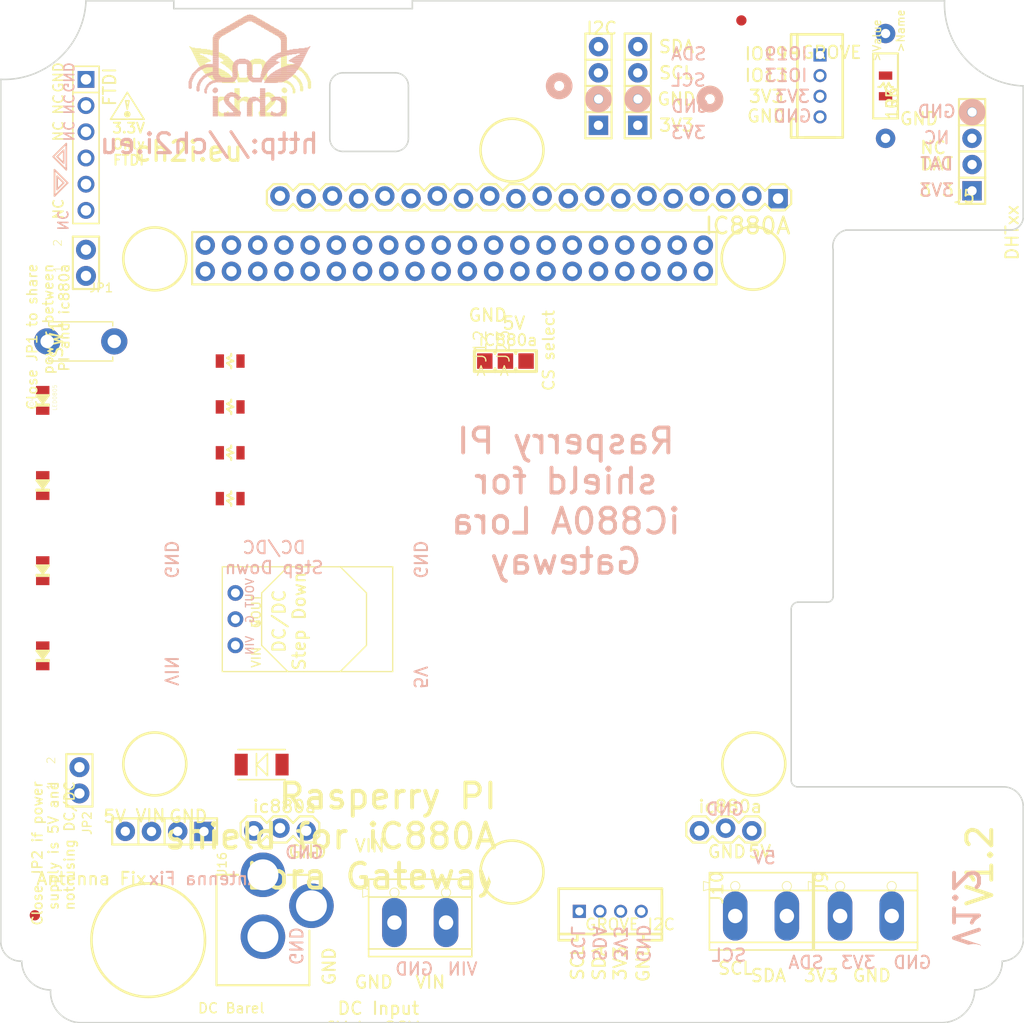
<source format=kicad_pcb>
(kicad_pcb (version 20171130) (host pcbnew "(5.0.0-rc2-dev)")
  (layers (0 Top signal hide) (31 Bottom signal hide) (34 B.Paste user hide) (35 F.Paste user hide) (36 B.SilkS user hide) (37 F.SilkS user hide) (38 B.Mask user hide) (39 F.Mask user hide) (44 Edge.Cuts user))
  (net 0 "")
  (net 1 5V-PI)
  (net 2 GPIO4)
  (net 3 SPI_MOSI)
  (net 4 SPI_MISO)
  (net 5 SPI_SCLK)
  (net 6 GND)
  (net 7 GPIO18)
  (net 8 SPI_CE0)
  (net 9 SPI_CE1)
  (net 10 N$18)
  (net 11 N$26)
  (net 12 N$27)
  (net 13 N$16)
  (net 14 SX_GPIO0)
  (net 15 SX_GPIO1)
  (net 16 SX_GPIO3)
  (net 17 SX_GPIO2)
  (net 18 SX_RST)
  (net 19 SX_GPIO4)
  (net 20 SPI_SS)
  (net 21 GPS_PPS)
  (net 22 SX_SCAN)
  (net 23 SX_VALID)
  (net 24 GPS_EN)
  (net 25 VDDB)
  (net 26 GPS_TX)
  (net 27 GPS_RX)
  (net 28 GPS_RST)
  (net 29 3V3)
  (net 30 GPIO25)
  (net 31 GPIO24)
  (net 32 GPIO23)
  (net 33 SCL)
  (net 34 SDA)
  (net 35 GPIO26)
  (net 36 GPIO13)
  (net 37 GPIO19)
  (net 38 VIN)
  (net 39 +5V)
  (net 40 TXO)
  (net 41 RXI)
  (net 42 N$14)
  (module "" (layer Top) (at 113.88928 80.492289)
    (fp_text reference @HOLE0 hide)
    (fp_text value "" (at 0 0) (layer F.SilkS) (effects (font (size 1.27 1.27))))
    (pad "" np_thru_hole circle (at 0 0) (size 2.794 2.794) (drill 2.794) (layers *.Cu))
  )
  (module "" (layer Top) (at 171.86478 80.428789)
    (fp_text reference @HOLE1 hide)
    (fp_text value "" (at 0 0) (layer F.SilkS) (effects (font (size 1.27 1.27))))
    (pad "" np_thru_hole circle (at 0 0) (size 2.794 2.794) (drill 2.794) (layers *.Cu))
  )
  (module "" (layer Top) (at 171.92828 129.450789)
    (fp_text reference @HOLE2 hide)
    (fp_text value "" (at 0 0) (layer F.SilkS) (effects (font (size 1.27 1.27))))
    (pad "" np_thru_hole circle (at 0 0) (size 2.794 2.794) (drill 2.794) (layers *.Cu))
  )
  (module "" (layer Top) (at 113.88928 129.450789)
    (fp_text reference @HOLE3 hide)
    (fp_text value "" (at 0 0) (layer F.SilkS) (effects (font (size 1.27 1.27))))
    (pad "" np_thru_hole circle (at 0 0) (size 2.794 2.794) (drill 2.794) (layers *.Cu))
  )
  (module "" (layer Top) (at 113.25428 146.532289)
    (fp_text reference @HOLE4 hide)
    (fp_text value "" (at 0 0) (layer F.SilkS) (effects (font (size 1.27 1.27))))
    (pad "" np_thru_hole circle (at 0 0) (size 6.604 6.604) (drill 6.604) (layers *.Cu))
  )
  (module "" (layer Top) (at 148.49678 139.928289)
    (fp_text reference @HOLE5 hide)
    (fp_text value "" (at 0 0) (layer F.SilkS) (effects (font (size 1.27 1.27))))
    (pad "" np_thru_hole circle (at 0 0) (size 4.5 4.5) (drill 4.5) (layers *.Cu))
  )
  (module "" (layer Top) (at 148.49678 69.951289)
    (fp_text reference @HOLE6 hide)
    (fp_text value "" (at 0 0) (layer F.SilkS) (effects (font (size 1.27 1.27))))
    (pad "" np_thru_hole circle (at 0 0) (size 4.5 4.5) (drill 4.5) (layers *.Cu))
  )
  (module "" (layer Top) (at 141.00378 58.330789)
    (fp_text reference @HOLE7 hide)
    (fp_text value "" (at 0 0) (layer F.SilkS) (effects (font (size 1.27 1.27))))
    (pad "" np_thru_hole circle (at 0 0) (size 3 3) (drill 3) (layers *.Cu))
  )
  (module "" (layer Top) (at 113.31778 58.330789)
    (fp_text reference @HOLE8 hide)
    (fp_text value "" (at 0 0) (layer F.SilkS) (effects (font (size 1.27 1.27))))
    (pad "" np_thru_hole circle (at 0 0) (size 3 3) (drill 3) (layers *.Cu))
  )
  (module "" (layer Top) (at 141.00378 63.410789)
    (fp_text reference @HOLE9 hide)
    (fp_text value "" (at 0 0) (layer F.SilkS) (effects (font (size 1.27 1.27))))
    (pad "" np_thru_hole circle (at 0 0) (size 3 3) (drill 3) (layers *.Cu))
  )
  (module "" (layer Top) (at 113.31778 63.410789)
    (fp_text reference @HOLE10 hide)
    (fp_text value "" (at 0 0) (layer F.SilkS) (effects (font (size 1.27 1.27))))
    (pad "" np_thru_hole circle (at 0 0) (size 3 3) (drill 3) (layers *.Cu))
  )
  (module FIDUCIAL_1MM (layer Top) (at 102.26878 144.119289)
    (fp_text reference FID2 hide)
    (fp_text value FIDUCIAL"" hide)
    (pad 1 smd circle (at 0 0) (size 1 1) (layers Top F.Paste F.Mask))
  )
  (module FIDUCIAL_1MM (layer Top) (at 170.72178 57.378289)
    (fp_text reference FID3 hide)
    (fp_text value FIDUCIAL"" hide)
    (pad 1 smd circle (at 0 0) (size 1 1) (layers Top F.Paste F.Mask))
  )
  (module LOGO_CH2I_110MM (layer Bottom) (at 122.46178 63.728289 180)
    (fp_text reference U$9 hide)
    (fp_text value "" hide)
  )
  (module 1X20_LOCK (layer Top) (at 174.27778 74.523289 180)
    (fp_text reference IC880A (at -1.3462 -1.8288) (layer F.SilkS) (effects (font (size 1.59258 1.59258) (thickness 0.238887)) (justify right top)))
    (fp_text value "" (at -1.27 3.175) (layer F.SilkS) (effects (font (size 1.2065 1.2065) (thickness 0.09652)) (justify right top)))
    (pad 20 thru_hole circle (at 48.26 0.127 270) (size 1.8796 1.8796) (drill 1.016) (layers *.Cu *.Mask) (net 6 GND))
    (pad 19 thru_hole circle (at 45.72 -0.127 270) (size 1.8796 1.8796) (drill 1.016) (layers *.Cu *.Mask) (net 21 GPS_PPS))
    (pad 18 thru_hole circle (at 43.18 0.127 270) (size 1.8796 1.8796) (drill 1.016) (layers *.Cu *.Mask) (net 22 SX_SCAN))
    (pad 17 thru_hole circle (at 40.64 -0.127 270) (size 1.8796 1.8796) (drill 1.016) (layers *.Cu *.Mask) (net 20 SPI_SS))
    (pad 16 thru_hole circle (at 38.1 0.127 270) (size 1.8796 1.8796) (drill 1.016) (layers *.Cu *.Mask) (net 3 SPI_MOSI))
    (pad 15 thru_hole circle (at 35.56 -0.127 270) (size 1.8796 1.8796) (drill 1.016) (layers *.Cu *.Mask) (net 4 SPI_MISO))
    (pad 14 thru_hole circle (at 33.02 0.127 270) (size 1.8796 1.8796) (drill 1.016) (layers *.Cu *.Mask) (net 5 SPI_SCLK))
    (pad 13 thru_hole circle (at 30.48 -0.127 270) (size 1.8796 1.8796) (drill 1.016) (layers *.Cu *.Mask) (net 18 SX_RST))
    (pad 12 thru_hole circle (at 27.94 0.127 270) (size 1.8796 1.8796) (drill 1.016) (layers *.Cu *.Mask) (net 6 GND))
    (pad 11 thru_hole circle (at 25.4 -0.127 270) (size 1.8796 1.8796) (drill 1.016) (layers *.Cu *.Mask) (net 19 SX_GPIO4))
    (pad 10 thru_hole circle (at 22.86 0.127 270) (size 1.8796 1.8796) (drill 1.016) (layers *.Cu *.Mask) (net 17 SX_GPIO2))
    (pad 9 thru_hole circle (at 20.32 -0.127 270) (size 1.8796 1.8796) (drill 1.016) (layers *.Cu *.Mask) (net 16 SX_GPIO3))
    (pad 8 thru_hole circle (at 17.78 0.127 270) (size 1.8796 1.8796) (drill 1.016) (layers *.Cu *.Mask) (net 15 SX_GPIO1))
    (pad 7 thru_hole circle (at 15.24 -0.127 270) (size 1.8796 1.8796) (drill 1.016) (layers *.Cu *.Mask) (net 14 SX_GPIO0))
    (pad 6 thru_hole circle (at 12.7 0.127 270) (size 1.8796 1.8796) (drill 1.016) (layers *.Cu *.Mask))
    (pad 5 thru_hole circle (at 10.16 -0.127 270) (size 1.8796 1.8796) (drill 1.016) (layers *.Cu *.Mask) (net 24 GPS_EN))
    (pad 4 thru_hole circle (at 7.62 0.127 270) (size 1.8796 1.8796) (drill 1.016) (layers *.Cu *.Mask) (net 23 SX_VALID))
    (pad 3 thru_hole circle (at 5.08 -0.127 270) (size 1.8796 1.8796) (drill 1.016) (layers *.Cu *.Mask) (net 28 GPS_RST))
    (pad 2 thru_hole circle (at 2.54 0.127 270) (size 1.8796 1.8796) (drill 1.016) (layers *.Cu *.Mask))
    (pad 1 thru_hole rect (at 0 -0.127 270) (size 1.8796 1.8796) (drill 1.016) (layers *.Cu *.Mask) (net 6 GND))
  )
  (module 1X03_LOCK (layer Top) (at 171.73778 135.800789 180)
    (fp_text reference J2 hide)
    (fp_text value "" (at -1.27 3.175) (layer F.SilkS) (effects (font (size 1.2065 1.2065) (thickness 0.09652)) (justify right top)))
    (pad 3 thru_hole circle (at 5.08 -0.127 270) (size 1.8796 1.8796) (drill 1.016) (layers *.Cu *.Mask) (net 25 VDDB))
    (pad 2 thru_hole circle (at 2.54 0.127 270) (size 1.8796 1.8796) (drill 1.016) (layers *.Cu *.Mask) (net 6 GND))
    (pad 1 thru_hole circle (at 0 -0.127 270) (size 1.8796 1.8796) (drill 1.016) (layers *.Cu *.Mask) (net 39 +5V))
  )
  (module 1X03_LOCK (layer Top) (at 128.55778 135.800789 180)
    (fp_text reference J3 hide)
    (fp_text value "" (at -1.27 3.175) (layer F.SilkS) (effects (font (size 1.2065 1.2065) (thickness 0.09652)) (justify right top)))
    (pad 3 thru_hole circle (at 5.08 -0.127 270) (size 1.8796 1.8796) (drill 1.016) (layers *.Cu *.Mask) (net 27 GPS_RX))
    (pad 2 thru_hole circle (at 2.54 0.127 270) (size 1.8796 1.8796) (drill 1.016) (layers *.Cu *.Mask) (net 26 GPS_TX))
    (pad 1 thru_hole circle (at 0 -0.127 270) (size 1.8796 1.8796) (drill 1.016) (layers *.Cu *.Mask) (net 6 GND))
  )
  (module 2X20-SHROUDED (layer Top) (at 142.90878 80.428789 90)
    (fp_text reference J4 hide)
    (fp_text value RASPBERRYPI-40-PIN-GPIO hide)
    (pad 40 thru_hole circle (at 1.27 24.13) (size 1.8796 1.8796) (drill 1.016) (layers *.Cu *.Mask) (net 14 SX_GPIO0))
    (pad 39 thru_hole circle (at -1.27 24.13) (size 1.8796 1.8796) (drill 1.016) (layers *.Cu *.Mask) (net 6 GND))
    (pad 38 thru_hole circle (at 1.27 21.59) (size 1.8796 1.8796) (drill 1.016) (layers *.Cu *.Mask) (net 15 SX_GPIO1))
    (pad 37 thru_hole circle (at -1.27 21.59) (size 1.8796 1.8796) (drill 1.016) (layers *.Cu *.Mask) (net 35 GPIO26))
    (pad 36 thru_hole circle (at 1.27 19.05) (size 1.8796 1.8796) (drill 1.016) (layers *.Cu *.Mask) (net 16 SX_GPIO3))
    (pad 35 thru_hole circle (at -1.27 19.05) (size 1.8796 1.8796) (drill 1.016) (layers *.Cu *.Mask) (net 37 GPIO19))
    (pad 34 thru_hole circle (at 1.27 16.51) (size 1.8796 1.8796) (drill 1.016) (layers *.Cu *.Mask) (net 6 GND))
    (pad 33 thru_hole circle (at -1.27 16.51) (size 1.8796 1.8796) (drill 1.016) (layers *.Cu *.Mask) (net 36 GPIO13))
    (pad 32 thru_hole circle (at 1.27 13.97) (size 1.8796 1.8796) (drill 1.016) (layers *.Cu *.Mask) (net 17 SX_GPIO2))
    (pad 31 thru_hole circle (at -1.27 13.97) (size 1.8796 1.8796) (drill 1.016) (layers *.Cu *.Mask) (net 21 GPS_PPS))
    (pad 30 thru_hole circle (at 1.27 11.43) (size 1.8796 1.8796) (drill 1.016) (layers *.Cu *.Mask) (net 6 GND))
    (pad 29 thru_hole circle (at -1.27 11.43) (size 1.8796 1.8796) (drill 1.016) (layers *.Cu *.Mask) (net 19 SX_GPIO4))
    (pad 28 thru_hole circle (at 1.27 8.89) (size 1.8796 1.8796) (drill 1.016) (layers *.Cu *.Mask))
    (pad 27 thru_hole circle (at -1.27 8.89) (size 1.8796 1.8796) (drill 1.016) (layers *.Cu *.Mask))
    (pad 26 thru_hole circle (at 1.27 6.35) (size 1.8796 1.8796) (drill 1.016) (layers *.Cu *.Mask) (net 9 SPI_CE1))
    (pad 25 thru_hole circle (at -1.27 6.35) (size 1.8796 1.8796) (drill 1.016) (layers *.Cu *.Mask) (net 6 GND))
    (pad 24 thru_hole circle (at 1.27 3.81) (size 1.8796 1.8796) (drill 1.016) (layers *.Cu *.Mask) (net 8 SPI_CE0))
    (pad 23 thru_hole circle (at -1.27 3.81) (size 1.8796 1.8796) (drill 1.016) (layers *.Cu *.Mask) (net 5 SPI_SCLK))
    (pad 22 thru_hole circle (at 1.27 1.27) (size 1.8796 1.8796) (drill 1.016) (layers *.Cu *.Mask) (net 30 GPIO25))
    (pad 21 thru_hole circle (at -1.27 1.27) (size 1.8796 1.8796) (drill 1.016) (layers *.Cu *.Mask) (net 4 SPI_MISO))
    (pad 20 thru_hole circle (at 1.27 -1.27) (size 1.8796 1.8796) (drill 1.016) (layers *.Cu *.Mask) (net 6 GND))
    (pad 19 thru_hole circle (at -1.27 -1.27) (size 1.8796 1.8796) (drill 1.016) (layers *.Cu *.Mask) (net 3 SPI_MOSI))
    (pad 18 thru_hole circle (at 1.27 -3.81) (size 1.8796 1.8796) (drill 1.016) (layers *.Cu *.Mask) (net 31 GPIO24))
    (pad 17 thru_hole circle (at -1.27 -3.81) (size 1.8796 1.8796) (drill 1.016) (layers *.Cu *.Mask) (net 29 3V3))
    (pad 16 thru_hole circle (at 1.27 -6.35) (size 1.8796 1.8796) (drill 1.016) (layers *.Cu *.Mask) (net 32 GPIO23))
    (pad 15 thru_hole circle (at -1.27 -6.35) (size 1.8796 1.8796) (drill 1.016) (layers *.Cu *.Mask) (net 22 SX_SCAN))
    (pad 14 thru_hole circle (at 1.27 -8.89) (size 1.8796 1.8796) (drill 1.016) (layers *.Cu *.Mask) (net 6 GND))
    (pad 13 thru_hole circle (at -1.27 -8.89) (size 1.8796 1.8796) (drill 1.016) (layers *.Cu *.Mask) (net 28 GPS_RST))
    (pad 12 thru_hole circle (at 1.27 -11.43) (size 1.8796 1.8796) (drill 1.016) (layers *.Cu *.Mask) (net 7 GPIO18))
    (pad 11 thru_hole circle (at -1.27 -11.43) (size 1.8796 1.8796) (drill 1.016) (layers *.Cu *.Mask) (net 18 SX_RST))
    (pad 10 thru_hole circle (at 1.27 -13.97) (size 1.8796 1.8796) (drill 1.016) (layers *.Cu *.Mask) (net 41 RXI))
    (pad 9 thru_hole circle (at -1.27 -13.97) (size 1.8796 1.8796) (drill 1.016) (layers *.Cu *.Mask) (net 6 GND))
    (pad 8 thru_hole circle (at 1.27 -16.51) (size 1.8796 1.8796) (drill 1.016) (layers *.Cu *.Mask) (net 40 TXO))
    (pad 7 thru_hole circle (at -1.27 -16.51) (size 1.8796 1.8796) (drill 1.016) (layers *.Cu *.Mask) (net 2 GPIO4))
    (pad 6 thru_hole circle (at 1.27 -19.05) (size 1.8796 1.8796) (drill 1.016) (layers *.Cu *.Mask) (net 6 GND))
    (pad 5 thru_hole circle (at -1.27 -19.05) (size 1.8796 1.8796) (drill 1.016) (layers *.Cu *.Mask) (net 33 SCL))
    (pad 4 thru_hole circle (at 1.27 -21.59) (size 1.8796 1.8796) (drill 1.016) (layers *.Cu *.Mask) (net 1 5V-PI))
    (pad 3 thru_hole circle (at -1.27 -21.59) (size 1.8796 1.8796) (drill 1.016) (layers *.Cu *.Mask) (net 34 SDA))
    (pad 2 thru_hole circle (at 1.27 -24.13) (size 1.8796 1.8796) (drill 1.016) (layers *.Cu *.Mask) (net 1 5V-PI))
    (pad 1 thru_hole circle (at -1.27 -24.13) (size 1.8796 1.8796) (drill 1.016) (layers *.Cu *.Mask) (net 29 3V3))
  )
  (module 1X04_NO_LOCK (layer Top) (at 156.75178 63.728289 90)
    (fp_text reference J6 hide)
    (fp_text value 2.54_I2C hide)
    (pad 4 thru_hole circle (at 3.81 0.13335 90) (size 1.8796 1.8796) (drill 0.9) (layers *.Cu *.Mask) (net 34 SDA))
    (pad 3 thru_hole circle (at 1.27 0.12065 90) (size 1.8796 1.8796) (drill 0.9) (layers *.Cu *.Mask) (net 33 SCL))
    (pad 2 thru_hole circle (at -1.27 0.13335 90) (size 1.8796 1.8796) (drill 0.9) (layers *.Cu *.Mask) (net 6 GND))
    (pad 1 thru_hole rect (at -3.81635 0.12065 90) (size 1.8796 1.8796) (drill 0.9) (layers *.Cu *.Mask) (net 29 3V3))
  )
  (module 1X04_NO_LOCK (layer Top) (at 160.56178 63.728289 90)
    (fp_text reference J7 hide)
    (fp_text value 2.54_I2C hide)
    (pad 4 thru_hole circle (at 3.81 0.13335 90) (size 1.8796 1.8796) (drill 0.9) (layers *.Cu *.Mask) (net 34 SDA))
    (pad 3 thru_hole circle (at 1.27 0.12065 90) (size 1.8796 1.8796) (drill 0.9) (layers *.Cu *.Mask) (net 33 SCL))
    (pad 2 thru_hole circle (at -1.27 0.13335 90) (size 1.8796 1.8796) (drill 0.9) (layers *.Cu *.Mask) (net 6 GND))
    (pad 1 thru_hole rect (at -3.81635 0.12065 90) (size 1.8796 1.8796) (drill 0.9) (layers *.Cu *.Mask) (net 29 3V3))
  )
  (module TERMINAL_BLOCK_2P_5 (layer Top) (at 139.60678 144.373289)
    (fp_text reference J8 hide)
    (fp_text value CON_TERMINAL_BLOCK_02-5MM hide)
    (pad 2 thru_hole oval (at -2.5 0.45 90) (size 4.76 2.38) (drill 1.4) (layers *.Cu *.Mask) (net 6 GND))
    (pad 1 thru_hole oval (at 2.5 0.45 90) (size 4.76 2.38) (drill 1.4) (layers *.Cu *.Mask) (net 38 VIN))
  )
  (module TERMINAL_BLOCK_2P_5 (layer Top) (at 182.78678 143.738289)
    (fp_text reference J9 (at -5 -4 90) (layer F.SilkS) (effects (font (size 1.2065 1.2065) (thickness 0.180975)) (justify right top)))
    (fp_text value CON_TERMINAL_BLOCK_02-5MM hide)
    (pad 2 thru_hole oval (at -2.5 0.45 90) (size 4.76 2.38) (drill 1.4) (layers *.Cu *.Mask) (net 29 3V3))
    (pad 1 thru_hole oval (at 2.5 0.45 90) (size 4.76 2.38) (drill 1.4) (layers *.Cu *.Mask) (net 6 GND))
  )
  (module TERMINAL_BLOCK_2P_5 (layer Top) (at 172.62678 143.738289)
    (fp_text reference J10 (at -5 -4 90) (layer F.SilkS) (effects (font (size 1.2065 1.2065) (thickness 0.180975)) (justify right top)))
    (fp_text value CON_TERMINAL_BLOCK_02-5MM hide)
    (pad 2 thru_hole oval (at -2.5 0.45 90) (size 4.76 2.38) (drill 1.4) (layers *.Cu *.Mask) (net 33 SCL))
    (pad 1 thru_hole oval (at 2.5 0.45 90) (size 4.76 2.38) (drill 1.4) (layers *.Cu *.Mask) (net 34 SDA))
  )
  (module HW4-2.0 (layer Top) (at 158.02178 143.738289)
    (fp_text reference J13 hide)
    (fp_text value "GROVE I2C" (at -2.54 1.905) (layer F.SilkS) (effects (font (size 1.08585 1.08585) (thickness 0.162877)) (justify left bottom)))
    (pad 4 thru_hole circle (at 3 0) (size 1.27 1.27) (drill 0.8) (layers *.Cu *.Mask) (net 6 GND))
    (pad 3 thru_hole circle (at 1 0) (size 1.27 1.27) (drill 0.8) (layers *.Cu *.Mask) (net 29 3V3))
    (pad 2 thru_hole circle (at -1 0) (size 1.27 1.27) (drill 0.8) (layers *.Cu *.Mask) (net 34 SDA))
    (pad 1 thru_hole rect (at -3 0) (size 1.27 1.27) (drill 0.8) (layers *.Cu *.Mask) (net 33 SCL))
  )
  (module 1X04_NO_LOCK (layer Top) (at 192.94678 70.078289 90)
    (fp_text reference J5 (at -5.08 -1.778) (layer F.SilkS) (effects (font (size 1.2065 1.2065) (thickness 0.180975)) (justify left bottom)))
    (fp_text value DHTxx (at -5.08 3.302 90) (layer F.SilkS) (effects (font (size 1.2065 1.2065) (thickness 0.180975)) (justify right top)))
    (pad 4 thru_hole circle (at 3.81 0.13335 90) (size 1.8796 1.8796) (drill 0.9) (layers *.Cu *.Mask) (net 6 GND))
    (pad 3 thru_hole circle (at 1.27 0.12065 90) (size 1.8796 1.8796) (drill 0.9) (layers *.Cu *.Mask))
    (pad 2 thru_hole circle (at -1.27 0.13335 90) (size 1.8796 1.8796) (drill 0.9) (layers *.Cu *.Mask) (net 35 GPIO26))
    (pad 1 thru_hole rect (at -3.81635 0.12065 90) (size 1.8796 1.8796) (drill 0.9) (layers *.Cu *.Mask) (net 29 3V3))
  )
  (module AXIAL-0.4 (layer Top) (at 184.69178 63.728289 270)
    (fp_text reference R5 (at 0 0 90) (layer F.SilkS) (effects (font (size 1.08585 1.08585) (thickness 0.162877)) (justify right top)))
    (fp_text value 10K (at 0 0 90) (layer F.SilkS) (effects (font (size 1.08585 1.08585) (thickness 0.162877)) (justify right top)))
    (fp_text user >Value (at -2.286 0.381 270) (layer F.SilkS) (effects (font (size 0.77216 0.77216) (thickness 0.12192)) (justify left bottom)))
    (fp_text user >Name (at -3.175 -1.905 270) (layer F.SilkS) (effects (font (size 0.77216 0.77216) (thickness 0.12192)) (justify left bottom)))
    (pad P$2 thru_hole circle (at 5.08 0 270) (size 1.8796 1.8796) (drill 0.9) (layers *.Cu *.Mask) (net 35 GPIO26))
    (pad P$1 thru_hole circle (at -5.08 0 270) (size 1.8796 1.8796) (drill 0.9) (layers *.Cu *.Mask) (net 29 3V3))
  )
  (module LOGO_CH2I_110MM (layer Top) (at 123.73178 63.728289)
    (fp_text reference U$1 hide)
    (fp_text value "" hide)
  )
  (module HW4-2.0 (layer Top) (at 178.34178 63.728289 270)
    (fp_text reference J1 hide)
    (fp_text value GROVE (at -2.54 1.905) (layer F.SilkS) (effects (font (size 1.2065 1.2065) (thickness 0.180975)) (justify left bottom)))
    (pad 4 thru_hole circle (at 3 0 270) (size 1.27 1.27) (drill 0.8) (layers *.Cu *.Mask) (net 6 GND))
    (pad 3 thru_hole circle (at 1 0 270) (size 1.27 1.27) (drill 0.8) (layers *.Cu *.Mask) (net 29 3V3))
    (pad 2 thru_hole circle (at -1 0 270) (size 1.27 1.27) (drill 0.8) (layers *.Cu *.Mask) (net 36 GPIO13))
    (pad 1 thru_hole rect (at -3 0 270) (size 1.27 1.27) (drill 0.8) (layers *.Cu *.Mask) (net 37 GPIO19))
  )
  (module 0805-RES (layer Top) (at 121.19178 90.398289 180)
    (fp_text reference R6 hide)
    (fp_text value "" (at -1.016 1.397) (layer F.SilkS) (effects (font (size 0.38608 0.38608) (thickness 0.030886)) (justify right top)))
    (pad 2 smd rect (at 1 0 180) (size 0.8 1.3) (layers Top F.Paste F.Mask) (net 10 N$18))
    (pad 1 smd rect (at -1 0 180) (size 0.8 1.3) (layers Top F.Paste F.Mask) (net 2 GPIO4))
  )
  (module 0805-LED (layer Top) (at 103.03078 94.208289 90)
    (fp_text reference IO4 (at -0.762 -0.8255 90) (layer F.SilkS) (effects (font (size 0.38608 0.38608) (thickness 0.030886)) (justify left bottom)))
    (fp_text value LED0805 (at -1.016 1.397 90) (layer F.SilkS) (effects (font (size 0.38608 0.38608) (thickness 0.030886)) (justify left bottom)))
    (pad PLUS smd rect (at 1 0 90) (size 0.8 1.3) (layers Top F.Paste F.Mask) (net 10 N$18))
    (pad MINUS smd rect (at -1 0 90) (size 0.8 1.3) (layers Top F.Paste F.Mask) (net 6 GND))
  )
  (module 0805-RES (layer Top) (at 121.19178 99.288289 180)
    (fp_text reference R7 hide)
    (fp_text value "" (at -1.016 1.397) (layer F.SilkS) (effects (font (size 0.38608 0.38608) (thickness 0.030886)) (justify right top)))
    (pad 2 smd rect (at 1 0 180) (size 0.8 1.3) (layers Top F.Paste F.Mask) (net 11 N$26))
    (pad 1 smd rect (at -1 0 180) (size 0.8 1.3) (layers Top F.Paste F.Mask) (net 32 GPIO23))
  )
  (module 0805-LED (layer Top) (at 103.03078 110.718289 90)
    (fp_text reference IO23 hide)
    (fp_text value LED0805 hide)
    (pad PLUS smd rect (at 1 0 90) (size 0.8 1.3) (layers Top F.Paste F.Mask) (net 11 N$26))
    (pad MINUS smd rect (at -1 0 90) (size 0.8 1.3) (layers Top F.Paste F.Mask) (net 6 GND))
  )
  (module 0805-RES (layer Top) (at 121.19178 94.843289 180)
    (fp_text reference R8 hide)
    (fp_text value "" (at -1.016 1.397) (layer F.SilkS) (effects (font (size 0.38608 0.38608) (thickness 0.030886)) (justify right top)))
    (pad 2 smd rect (at 1 0 180) (size 0.8 1.3) (layers Top F.Paste F.Mask) (net 12 N$27))
    (pad 1 smd rect (at -1 0 180) (size 0.8 1.3) (layers Top F.Paste F.Mask) (net 7 GPIO18))
  )
  (module 0805-LED (layer Top) (at 103.03078 102.463289 90)
    (fp_text reference IO18 hide)
    (fp_text value LED0805 hide)
    (pad PLUS smd rect (at 1 0 90) (size 0.8 1.3) (layers Top F.Paste F.Mask) (net 12 N$27))
    (pad MINUS smd rect (at -1 0 90) (size 0.8 1.3) (layers Top F.Paste F.Mask) (net 6 GND))
  )
  (module 0805-LED (layer Top) (at 103.03078 118.973289 90)
    (fp_text reference IO24 hide)
    (fp_text value LED0805 hide)
    (pad PLUS smd rect (at 1 0 90) (size 0.8 1.3) (layers Top F.Paste F.Mask) (net 13 N$16))
    (pad MINUS smd rect (at -1 0 90) (size 0.8 1.3) (layers Top F.Paste F.Mask) (net 6 GND))
  )
  (module 0805-RES (layer Top) (at 121.19178 103.733289 180)
    (fp_text reference R9 hide)
    (fp_text value "" (at -1.016 1.397) (layer F.SilkS) (effects (font (size 0.38608 0.38608) (thickness 0.030886)) (justify right top)))
    (pad 2 smd rect (at 1 0 180) (size 0.8 1.3) (layers Top F.Paste F.Mask) (net 13 N$16))
    (pad 1 smd rect (at -1 0 180) (size 0.8 1.3) (layers Top F.Paste F.Mask) (net 31 GPIO24))
  )
  (module 0805-RES (layer Top) (at 184.69178 63.728289 90)
    (fp_text reference R10 hide)
    (fp_text value "" (at -1.016 1.397 90) (layer F.SilkS) (effects (font (size 0.38608 0.38608) (thickness 0.030886)) (justify left bottom)))
    (pad 2 smd rect (at 1 0 90) (size 0.8 1.3) (layers Top F.Paste F.Mask) (net 29 3V3))
    (pad 1 smd rect (at -1 0 90) (size 0.8 1.3) (layers Top F.Paste F.Mask) (net 35 GPIO26))
  )
  (module DO-214AC (layer Top) (at 124.23978 129.514289)
    (fp_text reference D4 hide)
    (fp_text value 1N4007 hide)
    (pad 1 smd rect (at -1.98 0) (size 1.27 2.1) (layers Top F.Paste F.Mask) (net 42 N$14))
    (pad 2 smd rect (at 1.98 0) (size 1.27 2.1) (layers Top F.Paste F.Mask) (net 38 VIN))
  )
  (module JP3_0805 (layer Top) (at 147.86178 90.398289)
    (fp_text reference J11 hide)
    (fp_text value JUMPER_1X30805 hide)
    (fp_text user >J23 (at 0.5 1.75 270) (layer F.SilkS) (effects (font (size 1.2065 1.2065) (thickness 0.127)) (justify left bottom)))
    (fp_text user >J12 (at -1.75 1.75 270) (layer F.SilkS) (effects (font (size 1.2065 1.2065) (thickness 0.127)) (justify left bottom)))
    (pad 3 smd rect (at 2 0) (size 1.5 1.5) (layers Top F.Paste F.Mask) (net 9 SPI_CE1))
    (pad 2 smd rect (at 0 0) (size 1.5 1.5) (layers Top F.Paste F.Mask) (net 20 SPI_SS))
    (pad 1 smd rect (at -2 0) (size 1.5 1.5) (layers Top F.Paste F.Mask) (net 8 SPI_CE0))
  )
  (module POWER_JACK_PTH (layer Top) (at 124.36678 153.898289)
    (fp_text reference J15 hide)
    (fp_text value POWER_JACKPTH hide)
    (pad GNDBREAK thru_hole circle (at 4.7 -10.7 90) (size 4.318 4.318) (drill 2.9972) (layers *.Cu *.Mask) (net 6 GND))
    (pad GND thru_hole circle (at 0 -7.7) (size 4.318 4.318) (drill 2.9972) (layers *.Cu *.Mask) (net 6 GND))
    (pad PWR thru_hole circle (at 0 -13.7) (size 4.318 4.318) (drill 2.9972) (layers *.Cu *.Mask) (net 38 VIN))
  )
  (module JUMPER2 (layer Top) (at 106.58678 129.768289 270)
    (fp_text reference JP2 (at 4.191 -0.254 90) (layer F.SilkS) (effects (font (size 0.84455 0.84455) (thickness 0.126682)) (justify right top)))
    (fp_text value "" (at 4.191 0.635 90) (layer F.SilkS) (effects (font (size 0.38608 0.38608) (thickness 0.038608)) (justify right top)))
    (fp_text user 1 (at 2.286 2.286 270) (layer F.SilkS) (effects (font (size 0.77216 0.77216) (thickness 0.065024)) (justify left bottom)))
    (fp_text user 2 (at -0.254 2.286 270) (layer F.SilkS) (effects (font (size 0.77216 0.77216) (thickness 0.065024)) (justify left bottom)))
    (pad 2 thru_hole circle (at 0 0) (size 1.9304 1.9304) (drill 1) (layers *.Cu *.Mask) (net 39 +5V))
    (pad 1 thru_hole circle (at 2.54 0) (size 1.9304 1.9304) (drill 1) (layers *.Cu *.Mask) (net 38 VIN))
  )
  (module JUMPER2 (layer Top) (at 107.22178 79.603289 270)
    (fp_text reference JP1 (at 4.191 -0.254) (layer F.SilkS) (effects (font (size 0.84455 0.84455) (thickness 0.126682)) (justify left bottom)))
    (fp_text value "" (at 4.191 0.635 90) (layer F.SilkS) (effects (font (size 0.38608 0.38608) (thickness 0.038608)) (justify right top)))
    (fp_text user 1 (at 2.286 2.286 270) (layer F.SilkS) (effects (font (size 0.77216 0.77216) (thickness 0.065024)) (justify left bottom)))
    (fp_text user 2 (at -0.254 2.286 270) (layer F.SilkS) (effects (font (size 0.77216 0.77216) (thickness 0.065024)) (justify left bottom)))
    (pad 2 thru_hole circle (at 0 0) (size 1.9304 1.9304) (drill 1) (layers *.Cu *.Mask) (net 1 5V-PI))
    (pad 1 thru_hole circle (at 2.54 0) (size 1.9304 1.9304) (drill 1) (layers *.Cu *.Mask) (net 39 +5V))
  )
  (module STAND-OFF (layer Top) (at 148.49678 58.521289)
    (fp_text reference H2 hide)
    (fp_text value STAND-OFF hide)
    (pad "" np_thru_hole circle (at 0 0) (size 3.302 3.302) (drill 3.302) (layers *.Cu))
  )
  (module STAND-OFF (layer Top) (at 148.49678 150.977289)
    (fp_text reference H4 hide)
    (fp_text value STAND-OFF hide)
    (pad "" np_thru_hole circle (at 0 0) (size 3.302 3.302) (drill 3.302) (layers *.Cu))
  )
  (module STAND-OFF (layer Top) (at 103.79278 148.564289)
    (fp_text reference H1 hide)
    (fp_text value STAND-OFF hide)
    (pad "" np_thru_hole circle (at 0 0) (size 3.302 3.302) (drill 3.302) (layers *.Cu))
  )
  (module STAND-OFF (layer Top) (at 193.20078 148.564289)
    (fp_text reference H3 hide)
    (fp_text value STAND-OFF hide)
    (pad "" np_thru_hole circle (at 0 0) (size 3.302 3.302) (drill 3.302) (layers *.Cu))
  )
  (module 1X04_NO_LOCK (layer Top) (at 114.84178 136.118289 180)
    (fp_text reference J16 (at -5.08 -1.778 90) (layer F.SilkS) (effects (font (size 0.84455 0.84455) (thickness 0.126682)) (justify right top)))
    (fp_text value 2.54_PWR hide)
    (pad 4 thru_hole circle (at 3.81 0.13335 180) (size 1.8796 1.8796) (drill 0.9) (layers *.Cu *.Mask) (net 39 +5V))
    (pad 3 thru_hole circle (at 1.27 0.12065 180) (size 1.8796 1.8796) (drill 0.9) (layers *.Cu *.Mask) (net 38 VIN))
    (pad 2 thru_hole circle (at -1.27 0.13335 180) (size 1.8796 1.8796) (drill 0.9) (layers *.Cu *.Mask) (net 38 VIN))
    (pad 1 thru_hole rect (at -3.81635 0.12065 180) (size 1.8796 1.8796) (drill 0.9) (layers *.Cu *.Mask) (net 6 GND))
  )
  (module M1X6 (layer Top) (at 107.22178 63.093289 270)
    (fp_text reference FTDI (at -1.27 -1.5875 90) (layer F.SilkS) (effects (font (size 1.2065 1.2065) (thickness 0.180975)) (justify right top)))
    (fp_text value "" hide)
    (pad 6 thru_hole circle (at 12.7 0 270) (size 1.632 1.632) (drill 1.02) (layers *.Cu *.Mask))
    (pad 5 thru_hole circle (at 10.16 0 270) (size 1.632 1.632) (drill 1.02) (layers *.Cu *.Mask) (net 40 TXO))
    (pad 4 thru_hole circle (at 7.62 0 270) (size 1.632 1.632) (drill 1.02) (layers *.Cu *.Mask) (net 41 RXI))
    (pad 3 thru_hole circle (at 5.08 0 270) (size 1.632 1.632) (drill 1.02) (layers *.Cu *.Mask))
    (pad 2 thru_hole circle (at 2.54 0 270) (size 1.632 1.632) (drill 1.02) (layers *.Cu *.Mask))
    (pad 1 thru_hole rect (at 0 0 270) (size 1.632 1.632) (drill 1.02) (layers *.Cu *.Mask) (net 6 GND))
  )
  (module OKI-78SRH (layer Top) (at 121.69978 115.417289 270)
    (fp_text reference U$11 hide)
    (fp_text value OKI-78SR hide)
    (fp_text user G (at 0 -1.397 270) (layer B.SilkS) (effects (font (size 0.77216 0.77216) (thickness 0.12192)) (justify mirror)))
    (fp_text user VOUT (at -2.54 -1.397 270) (layer B.SilkS) (effects (font (size 0.77216 0.77216) (thickness 0.12192)) (justify mirror)))
    (fp_text user VIN (at 2.54 -1.397 270) (layer B.SilkS) (effects (font (size 0.77216 0.77216) (thickness 0.12192)) (justify mirror)))
    (pad 1 thru_hole circle (at 2.54 0 270) (size 1.524 1.524) (drill 0.8636) (layers *.Cu *.Mask) (net 42 N$14))
    (pad 2 thru_hole circle (at 0 0 270) (size 1.524 1.524) (drill 0.8636) (layers *.Cu *.Mask) (net 6 GND))
    (pad 3 thru_hole circle (at -2.54 0 270) (size 1.524 1.524) (drill 0.8636) (layers *.Cu *.Mask) (net 39 +5V))
  )
  (module TACT_PANA-EVQ (layer Top) (at 106.71378 88.493289)
    (fp_text reference SW1 (at -3.043 -2.17 90) (layer F.SilkS) (effects (font (size 1.2065 1.2065) (thickness 0.180975)) (justify right top)))
    (fp_text value "" (at -3.016 2.451) (layer F.SilkS) (effects (font (size 0.38608 0.38608) (thickness 0.038608)) (justify left bottom)))
    (pad P$2 thru_hole circle (at 3.25 0) (size 2.54 2.54) (drill 1.3) (layers *.Cu *.Mask) (net 29 3V3))
    (pad P$1 thru_hole circle (at -3.25 0) (size 2.54 2.54) (drill 1.3) (layers *.Cu *.Mask) (net 37 GPIO19))
  )
  (gr_text iC880a (at 148.11578 88.366289) (layer F.SilkS) (effects (font (size 1.08585 1.08585) (thickness 0.17145))))
  (gr_text ch2i.eu (at 122.58878 68.935289) (layer F.SilkS) (effects (font (size 1.9304 1.9304) (thickness 0.3048)) (justify right top)))
  (gr_line (start 98.96678 146.659289) (end 98.96678 63.093289) (layer Edge.Cuts) (width 0.15))
  (gr_circle (center 113.88928 80.492289) (end 116.93728 80.492289) (layer F.SilkS) (width 0.254))
  (gr_circle (center 171.86478 80.428789) (end 174.91278 80.428789) (layer F.SilkS) (width 0.254))
  (gr_circle (center 171.92828 129.450789) (end 174.97628 129.450789) (layer F.SilkS) (width 0.254))
  (gr_circle (center 113.88928 129.450789) (end 116.93728 129.450789) (layer F.SilkS) (width 0.254))
  (gr_text SDA (at 164.43528 59.918289) (layer F.SilkS) (effects (font (size 1.2065 1.2065) (thickness 0.1905))))
  (gr_text SCL (at 164.43528 62.458289) (layer F.SilkS) (effects (font (size 1.2065 1.2065) (thickness 0.1905))))
  (gr_text GND (at 164.43528 64.998289) (layer F.SilkS) (effects (font (size 1.2065 1.2065) (thickness 0.1905))))
  (gr_text 3V3 (at 164.43528 67.538289) (layer F.SilkS) (effects (font (size 1.2065 1.2065) (thickness 0.1905))))
  (gr_text SDA (at 175.16678 149.262789) (layer F.SilkS) (effects (font (size 1.2065 1.2065) (thickness 0.1905)) (justify right top)))
  (gr_text SCL (at 170.15028 149.262789) (layer F.SilkS) (effects (font (size 1.2065 1.2065) (thickness 0.1905))))
  (gr_text GND (at 185.32678 149.262789) (layer F.SilkS) (effects (font (size 1.2065 1.2065) (thickness 0.1905)) (justify right top)))
  (gr_text 3V3 (at 180.24678 149.262789) (layer F.SilkS) (effects (font (size 1.2065 1.2065) (thickness 0.1905)) (justify right top)))
  (gr_text GND (at 161.19678 148.754789 90) (layer F.SilkS) (effects (font (size 1.2065 1.2065) (thickness 0.1905))))
  (gr_text 3V3 (at 158.97428 148.754789 90) (layer F.SilkS) (effects (font (size 1.2065 1.2065) (thickness 0.1905))))
  (gr_text SDA (at 156.94228 148.754789 90) (layer F.SilkS) (effects (font (size 1.2065 1.2065) (thickness 0.1905))))
  (gr_text SCL (at 154.84678 148.754789 90) (layer F.SilkS) (effects (font (size 1.2065 1.2065) (thickness 0.1905))))
  (gr_text VIN (at 142.14678 149.897789) (layer F.SilkS) (effects (font (size 1.2065 1.2065) (thickness 0.1905)) (justify right top)))
  (gr_text GND (at 137.06678 149.897789) (layer F.SilkS) (effects (font (size 1.2065 1.2065) (thickness 0.1905)) (justify right top)))
  (gr_text "DC Input\n6V to 28V" (at 139.60678 152.437789) (layer F.SilkS) (effects (font (size 1.2065 1.2065) (thickness 0.1905)) (justify right top)))
  (gr_text 3V3 (at 189.64478 73.824789) (layer F.SilkS) (effects (font (size 1.2065 1.2065) (thickness 0.1905))))
  (gr_text DAT (at 189.64478 71.284789) (layer F.SilkS) (effects (font (size 1.2065 1.2065) (thickness 0.1905))))
  (gr_text GND (at 189.89878 66.204789) (layer F.SilkS) (effects (font (size 1.2065 1.2065) (thickness 0.1905)) (justify right top)))
  (gr_text NC (at 190.66078 68.998789) (layer F.SilkS) (effects (font (size 1.2065 1.2065) (thickness 0.1905)) (justify right top)))
  (gr_text GND (at 169.32478 137.959789) (layer F.SilkS) (effects (font (size 1.2065 1.2065) (thickness 0.1905))))
  (gr_text 5V (at 149.89378 86.016789) (layer F.SilkS) (effects (font (size 1.2065 1.2065) (thickness 0.1905)) (justify right top)))
  (gr_text GND (at 146.14728 85.953289) (layer F.SilkS) (effects (font (size 1.2065 1.2065) (thickness 0.1905))))
  (gr_text GND (at 128.68478 137.959789) (layer F.SilkS) (effects (font (size 1.2065 1.2065) (thickness 0.1905))))
  (gr_text I2C (at 158.78378 57.441789) (layer F.SilkS) (effects (font (size 1.2065 1.2065) (thickness 0.1905)) (justify right top)))
  (gr_text "Rasperry PI\nshield for iC880A\nLora Gateway" (at 147.22678 131.165289) (layer F.SilkS) (effects (font (size 2.413 2.413) (thickness 0.381)) (justify right top)))
  (gr_text "Rasperry PI\nshield for\niC880A Lora\nGateway" (at 153.70378 103.987289) (layer B.SilkS) (effects (font (size 2.413 2.413) (thickness 0.381)) (justify mirror)))
  (gr_text http://ch2i.eu (at 119.15978 69.316289) (layer B.SilkS) (effects (font (size 1.9304 1.9304) (thickness 0.3048)) (justify mirror)))
  (gr_text 3V3 (at 173.13478 64.744289) (layer F.SilkS) (effects (font (size 1.2065 1.2065) (thickness 0.1905))))
  (gr_text GND (at 173.13478 66.649289) (layer F.SilkS) (effects (font (size 1.2065 1.2065) (thickness 0.1905))))
  (gr_text IO13 (at 173.13478 62.712289) (layer F.SilkS) (effects (font (size 1.2065 1.2065) (thickness 0.1905))))
  (gr_text IO19 (at 173.13478 60.616789) (layer F.SilkS) (effects (font (size 1.2065 1.2065) (thickness 0.1905))))
  (gr_text "DC/DC\nStep Down" (at 126.90678 115.607789 90) (layer F.SilkS) (effects (font (size 1.2065 1.2065) (thickness 0.1905))))
  (gr_text ic880a (at 126.46228 133.578289) (layer F.SilkS) (effects (font (size 1.2065 1.2065) (thickness 0.1905))))
  (gr_text ic880a (at 169.64228 133.578289) (layer F.SilkS) (effects (font (size 1.2065 1.2065) (thickness 0.1905))))
  (gr_text 5V (at 172.49978 137.959789) (layer F.SilkS) (effects (font (size 1.2065 1.2065) (thickness 0.1905))))
  (gr_text "CS select" (at 152.05278 89.382289 90) (layer F.SilkS) (effects (font (size 1.08585 1.08585) (thickness 0.17145))))
  (gr_text "DC Barel" (at 124.62078 152.564789) (layer F.SilkS) (effects (font (size 0.9652 0.9652) (thickness 0.1524)) (justify right top)))
  (gr_text GND (at 175.67478 66.649289) (layer B.SilkS) (effects (font (size 1.2065 1.2065) (thickness 0.1905)) (justify mirror)))
  (gr_text 3V3 (at 175.67478 64.744289) (layer B.SilkS) (effects (font (size 1.2065 1.2065) (thickness 0.1905)) (justify mirror)))
  (gr_text IO13 (at 175.03978 62.712289) (layer B.SilkS) (effects (font (size 1.2065 1.2065) (thickness 0.1905)) (justify mirror)))
  (gr_text IO19 (at 175.03978 60.616789) (layer B.SilkS) (effects (font (size 1.2065 1.2065) (thickness 0.1905)) (justify mirror)))
  (gr_text SDA (at 163.80028 59.918289) (layer B.SilkS) (effects (font (size 1.2065 1.2065) (thickness 0.1905)) (justify right top mirror)))
  (gr_text SCL (at 163.80028 62.458289) (layer B.SilkS) (effects (font (size 1.2065 1.2065) (thickness 0.1905)) (justify right top mirror)))
  (gr_text GND (at 163.80028 64.998289) (layer B.SilkS) (effects (font (size 1.2065 1.2065) (thickness 0.1905)) (justify right top mirror)))
  (gr_text 3V3 (at 163.80028 67.538289) (layer B.SilkS) (effects (font (size 1.2065 1.2065) (thickness 0.1905)) (justify right top mirror)))
  (gr_text SCL (at 154.84678 146.849789 -90) (layer B.SilkS) (effects (font (size 1.2065 1.2065) (thickness 0.1905)) (justify mirror)))
  (gr_text SDA (at 156.94228 146.849789 -90) (layer B.SilkS) (effects (font (size 1.2065 1.2065) (thickness 0.1905)) (justify mirror)))
  (gr_text 3V3 (at 158.97428 146.849789 -90) (layer B.SilkS) (effects (font (size 1.2065 1.2065) (thickness 0.1905)) (justify mirror)))
  (gr_text GND (at 161.19678 146.849789 -90) (layer B.SilkS) (effects (font (size 1.2065 1.2065) (thickness 0.1905)) (justify mirror)))
  (gr_text GND (at 137.06678 148.627789) (layer B.SilkS) (effects (font (size 1.2065 1.2065) (thickness 0.1905)) (justify right top mirror)))
  (gr_text VIN (at 142.14678 148.627789) (layer B.SilkS) (effects (font (size 1.2065 1.2065) (thickness 0.1905)) (justify right top mirror)))
  (gr_text SCL (at 169.51528 147.992789) (layer B.SilkS) (effects (font (size 1.2065 1.2065) (thickness 0.1905)) (justify mirror)))
  (gr_text SDA (at 175.16678 147.992789) (layer B.SilkS) (effects (font (size 1.2065 1.2065) (thickness 0.1905)) (justify right top mirror)))
  (gr_text 3V3 (at 180.24678 147.992789) (layer B.SilkS) (effects (font (size 1.2065 1.2065) (thickness 0.1905)) (justify right top mirror)))
  (gr_text GND (at 185.32678 147.992789) (layer B.SilkS) (effects (font (size 1.2065 1.2065) (thickness 0.1905)) (justify right top mirror)))
  (gr_text GND (at 189.64478 66.204789) (layer B.SilkS) (effects (font (size 1.2065 1.2065) (thickness 0.1905)) (justify mirror)))
  (gr_text NC (at 189.64478 68.744789) (layer B.SilkS) (effects (font (size 1.2065 1.2065) (thickness 0.1905)) (justify mirror)))
  (gr_text DAT (at 189.64478 71.284789) (layer B.SilkS) (effects (font (size 1.2065 1.2065) (thickness 0.1905)) (justify mirror)))
  (gr_text 3V3 (at 189.64478 73.824789) (layer B.SilkS) (effects (font (size 1.2065 1.2065) (thickness 0.1905)) (justify mirror)))
  (gr_text GND (at 169.13428 133.832289) (layer B.SilkS) (effects (font (size 1.2065 1.2065) (thickness 0.1905)) (justify mirror)))
  (gr_text 5V (at 171.73778 137.832789) (layer B.SilkS) (effects (font (size 1.2065 1.2065) (thickness 0.1905)) (justify right top mirror)))
  (gr_text V1.2 (at 193.83578 139.293289 -90) (layer B.SilkS) (effects (font (size 2.413 2.413) (thickness 0.381)) (justify right top mirror)))
  (gr_text V1.2 (at 193.83578 139.293289 90) (layer F.SilkS) (effects (font (size 2.413 2.413) (thickness 0.381))))
  (gr_text GND (at 127.54178 147.103789 -90) (layer B.SilkS) (effects (font (size 1.2065 1.2065) (thickness 0.1905)) (justify mirror)))
  (gr_text GND (at 130.08178 147.103789 90) (layer F.SilkS) (effects (font (size 1.2065 1.2065) (thickness 0.1905)) (justify right top)))
  (gr_text VIN (at 115.47678 120.433789 -90) (layer B.SilkS) (effects (font (size 1.2065 1.2065) (thickness 0.1905)) (justify mirror)))
  (gr_text VIN (at 134.71728 137.388289) (layer F.SilkS) (effects (font (size 1.2065 1.2065) (thickness 0.1905))))
  (gr_line (start 190.02578 154.533289) (end 106.58678 154.533289) (layer Edge.Cuts) (width 0.15))
  (gr_line (start 198.02678 76.428289) (end 198.02678 63.728289) (layer Edge.Cuts) (width 0.15))
  (gr_arc (start 196.75678 76.428289) (end 198.02678 76.428289) (angle 90) (layer Edge.Cuts) (width 0.15))
  (gr_line (start 196.75678 77.698289) (end 180.88178 77.698289) (layer Edge.Cuts) (width 0.15))
  (gr_arc (start 181.19928 79.285789) (end 180.88178 77.698289) (angle -90) (layer Edge.Cuts) (width 0.15))
  (gr_line (start 179.61178 79.603289) (end 179.61178 113.258289) (layer Edge.Cuts) (width 0.15))
  (gr_arc (start 179.04028 113.194789) (end 179.61178 113.258289) (angle 90) (layer Edge.Cuts) (width 0.15))
  (gr_line (start 178.97678 113.766289) (end 176.18278 113.766289) (layer Edge.Cuts) (width 0.15))
  (gr_arc (start 176.24628 114.464789) (end 176.18278 113.766289) (angle -90) (layer Edge.Cuts) (width 0.15))
  (gr_line (start 175.54778 114.528289) (end 175.54778 131.038289) (layer Edge.Cuts) (width 0.15))
  (gr_arc (start 176.18278 131.038289) (end 175.54778 131.038289) (angle -90) (layer Edge.Cuts) (width 0.15))
  (gr_line (start 176.18278 131.673289) (end 196.12178 131.673289) (layer Edge.Cuts) (width 0.15))
  (gr_arc (start 196.12178 133.578289) (end 196.12178 131.673289) (angle 90) (layer Edge.Cuts) (width 0.15))
  (gr_line (start 198.02678 133.578289) (end 198.02678 146.278289) (layer Edge.Cuts) (width 0.15))
  (gr_arc (start 198.34428 55.790789) (end 198.02678 63.728289) (angle 90) (layer Edge.Cuts) (width 0.15))
  (gr_arc (start 99.284279 55.155789) (end 107.22178 55.473289) (angle 90) (layer Edge.Cuts) (width 0.15))
  (gr_text GND (at 115.47678 109.638789 -90) (layer B.SilkS) (effects (font (size 1.2065 1.2065) (thickness 0.1905)) (justify mirror)))
  (gr_text "Close JP2 if power\nsupply is 5V and\nnot using DC/DC" (at 101.95128 131.038289 90) (layer F.SilkS) (effects (font (size 0.9652 0.9652) (thickness 0.1524)) (justify right top)))
  (gr_text "Close JP1 to share\npower between\nPI and ic880a" (at 101.44328 80.873289 90) (layer F.SilkS) (effects (font (size 0.9652 0.9652) (thickness 0.1524)) (justify right top)))
  (gr_arc (start 103.79278 148.564289) (end 103.79278 151.358289) (angle 90) (layer Edge.Cuts) (width 0.15))
  (gr_arc (start 106.77728 151.548789) (end 106.58678 154.533289) (angle 90) (layer Edge.Cuts) (width 0.15))
  (gr_arc (start 100.87178 146.659289) (end 100.87178 148.564289) (angle 90) (layer Edge.Cuts) (width 0.15))
  (gr_line (start 100.87178 148.564289) (end 100.99878 148.564289) (layer Edge.Cuts) (width 0.15))
  (gr_arc (start 193.26428 148.627789) (end 195.99478 148.564289) (angle 90) (layer Edge.Cuts) (width 0.15))
  (gr_line (start 196.12178 148.564289) (end 195.99478 148.564289) (layer Edge.Cuts) (width 0.15))
  (gr_arc (start 195.93128 146.468789) (end 198.02678 146.278289) (angle 90) (layer Edge.Cuts) (width 0.15))
  (gr_arc (start 190.08928 151.294789) (end 193.32778 151.358289) (angle 90) (layer Edge.Cuts) (width 0.15))
  (gr_circle (center 113.25428 146.532289) (end 118.75428 146.532289) (layer F.SilkS) (width 0.254))
  (gr_text "Antenna Fix" (at 113.19078 139.864789) (layer F.SilkS) (effects (font (size 1.2065 1.2065) (thickness 0.1905)) (justify right top)))
  (gr_text GND (at 128.36728 138.023289) (layer B.SilkS) (effects (font (size 1.2065 1.2065) (thickness 0.1905)) (justify mirror)))
  (gr_text "DC/DC\nStep Down" (at 125.44628 109.448289) (layer B.SilkS) (effects (font (size 1.2065 1.2065) (thickness 0.1905)) (justify mirror)))
  (gr_text 5V (at 139.60678 121.068789 -90) (layer B.SilkS) (effects (font (size 1.2065 1.2065) (thickness 0.1905)) (justify mirror)))
  (gr_text GND (at 139.60678 109.638789 -90) (layer B.SilkS) (effects (font (size 1.2065 1.2065) (thickness 0.1905)) (justify mirror)))
  (gr_text "Antenna Fix" (at 113.19078 139.864789) (layer B.SilkS) (effects (font (size 1.2065 1.2065) (thickness 0.1905)) (justify right top mirror)))
  (gr_text GND (at 119.09628 133.832289) (layer F.SilkS) (effects (font (size 1.2065 1.2065) (thickness 0.1905)) (justify right top)))
  (gr_text VIN (at 115.03228 133.768789) (layer F.SilkS) (effects (font (size 1.2065 1.2065) (thickness 0.1905)) (justify right top)))
  (gr_text 5V (at 111.22228 133.832289) (layer F.SilkS) (effects (font (size 1.2065 1.2065) (thickness 0.1905)) (justify right top)))
  (gr_circle (center 148.49678 139.928289) (end 151.54478 139.928289) (layer F.SilkS) (width 0.254))
  (gr_circle (center 148.49678 69.951289) (end 151.54478 69.951289) (layer F.SilkS) (width 0.254))
  (gr_text GND (at 104.54953 62.901039 90) (layer F.SilkS) (effects (font (size 0.9652 0.9652) (thickness 0.1524))))
  (gr_text NC (at 104.54953 65.504539 90) (layer F.SilkS) (effects (font (size 0.9652 0.9652) (thickness 0.1524))))
  (gr_text NC (at 104.54953 75.664539 90) (layer F.SilkS) (effects (font (size 0.9652 0.9652) (thickness 0.1524))))
  (gr_line (start 104.42778 72.491289) (end 104.42778 73.761289) (layer F.SilkS) (width 0.15))
  (gr_line (start 104.42778 73.761289) (end 105.06278 73.126289) (layer F.SilkS) (width 0.15))
  (gr_line (start 105.06278 73.126289) (end 104.42778 72.491289) (layer F.SilkS) (width 0.15))
  (gr_line (start 104.17378 71.856289) (end 104.17378 74.396289) (layer F.SilkS) (width 0.15))
  (gr_line (start 104.17378 74.396289) (end 105.44378 73.126289) (layer F.SilkS) (width 0.15))
  (gr_line (start 105.44378 73.126289) (end 104.17378 71.856289) (layer F.SilkS) (width 0.15))
  (gr_line (start 105.06278 71.221289) (end 105.06278 69.951289) (layer F.SilkS) (width 0.15))
  (gr_line (start 105.06278 69.951289) (end 104.42778 70.586289) (layer F.SilkS) (width 0.15))
  (gr_line (start 104.42778 70.586289) (end 105.06278 71.221289) (layer F.SilkS) (width 0.15))
  (gr_line (start 105.31678 71.856289) (end 105.31678 69.316289) (layer F.SilkS) (width 0.15))
  (gr_line (start 105.31678 69.316289) (end 104.04678 70.586289) (layer F.SilkS) (width 0.15))
  (gr_line (start 104.04678 70.586289) (end 105.31678 71.856289) (layer F.SilkS) (width 0.15))
  (gr_line (start 111.22578 65.982789) (end 111.06328 65.170289) (layer F.SilkS) (width 0.15))
  (gr_line (start 111.06328 65.170289) (end 111.38828 65.170289) (layer F.SilkS) (width 0.15))
  (gr_line (start 111.38828 65.170289) (end 111.22578 65.982789) (layer F.SilkS) (width 0.15))
  (gr_line (start 111.22578 64.357789) (end 109.60078 66.957789) (layer F.SilkS) (width 0.15))
  (gr_line (start 109.60078 66.957789) (end 112.85078 66.957789) (layer F.SilkS) (width 0.15))
  (gr_line (start 112.85078 66.957789) (end 111.22578 64.357789) (layer F.SilkS) (width 0.15))
  (gr_circle (center 111.22578 66.470289) (end 111.38828 66.470289) (layer F.SilkS) (width 0.3048))
  (gr_text "3.3V\nOnly\nFTDI" (at 111.35103 69.374539) (layer F.SilkS) (effects (font (size 0.9652 0.9652) (thickness 0.18288))))
  (gr_text NC (at 104.54953 68.108039 90) (layer F.SilkS) (effects (font (size 0.9652 0.9652) (thickness 0.1524))))
  (gr_text NC (at 105.51253 68.111539 -90) (layer B.SilkS) (effects (font (size 0.9652 0.9652) (thickness 0.1524)) (justify mirror)))
  (gr_line (start 104.42778 73.761289) (end 104.42778 72.491289) (layer B.SilkS) (width 0.15))
  (gr_line (start 104.42778 72.491289) (end 105.06278 73.126289) (layer B.SilkS) (width 0.15))
  (gr_line (start 105.06278 73.126289) (end 104.42778 73.761289) (layer B.SilkS) (width 0.15))
  (gr_line (start 104.17378 74.396289) (end 104.17378 71.856289) (layer B.SilkS) (width 0.15))
  (gr_line (start 104.17378 71.856289) (end 105.44378 73.126289) (layer B.SilkS) (width 0.15))
  (gr_line (start 105.44378 73.126289) (end 104.17378 74.396289) (layer B.SilkS) (width 0.15))
  (gr_line (start 105.06278 69.951289) (end 105.06278 71.221289) (layer B.SilkS) (width 0.15))
  (gr_line (start 105.06278 71.221289) (end 104.42778 70.586289) (layer B.SilkS) (width 0.15))
  (gr_line (start 104.42778 70.586289) (end 105.06278 69.951289) (layer B.SilkS) (width 0.15))
  (gr_line (start 105.31678 69.316289) (end 105.31678 71.856289) (layer B.SilkS) (width 0.15))
  (gr_line (start 105.31678 71.856289) (end 104.04678 70.586289) (layer B.SilkS) (width 0.15))
  (gr_line (start 104.04678 70.586289) (end 105.31678 69.316289) (layer B.SilkS) (width 0.15))
  (gr_text NC (at 105.51253 65.508039 -90) (layer B.SilkS) (effects (font (size 0.9652 0.9652) (thickness 0.1524)) (justify mirror)))
  (gr_text GND (at 105.51253 62.904539 -90) (layer B.SilkS) (effects (font (size 0.9652 0.9652) (thickness 0.1524)) (justify mirror)))
  (gr_text NC (at 105.50203 75.664539 -90) (layer B.SilkS) (effects (font (size 0.9652 0.9652) (thickness 0.1524)) (justify right top mirror)))
  (gr_line (start 115.73078 56.235289) (end 138.84478 56.235289) (layer Edge.Cuts) (width 0.15))
  (gr_line (start 138.84478 55.473289) (end 190.40678 55.473289) (layer Edge.Cuts) (width 0.15))
  (gr_line (start 115.73078 56.235289) (end 115.73078 55.473289) (layer Edge.Cuts) (width 0.15))
  (gr_line (start 138.84478 56.235289) (end 138.84478 55.473289) (layer Edge.Cuts) (width 0.15))
  (gr_line (start 130.84378 68.808289) (end 130.84378 63.728289) (layer Edge.Cuts) (width 0.15))
  (gr_arc (start 132.11378 63.728289) (end 130.84378 63.728289) (angle 90) (layer Edge.Cuts) (width 0.15))
  (gr_line (start 132.11378 62.458289) (end 137.19378 62.458289) (layer Edge.Cuts) (width 0.15))
  (gr_arc (start 137.19378 63.728289) (end 137.19378 62.458289) (angle 90) (layer Edge.Cuts) (width 0.15))
  (gr_line (start 138.46378 63.728289) (end 138.46378 68.808289) (layer Edge.Cuts) (width 0.15))
  (gr_line (start 137.19378 70.078289) (end 132.11378 70.078289) (layer Edge.Cuts) (width 0.15))
  (gr_arc (start 132.11378 68.808289) (end 132.11378 70.078289) (angle 90) (layer Edge.Cuts) (width 0.15))
  (gr_arc (start 137.19378 68.808289) (end 138.46378 68.808289) (angle 90) (layer Edge.Cuts) (width 0.15))
  (gr_line (start 115.73078 55.473289) (end 107.22178 55.473289) (layer Edge.Cuts) (width 0.15))
  (gr_circle (center 193.07378 66.268289) (end 193.96278 66.268289) (layer F.SilkS) (width 0.8128))
  (gr_circle (center 167.67378 64.998289) (end 168.56278 64.998289) (layer F.SilkS) (width 0.8128))
  (gr_circle (center 160.68878 64.998289) (end 161.57778 64.998289) (layer F.SilkS) (width 0.8128))
  (gr_circle (center 156.87878 64.998289) (end 157.76778 64.998289) (layer F.SilkS) (width 0.8128))
  (gr_circle (center 153.06878 63.728289) (end 153.95778 63.728289) (layer B.SilkS) (width 0.8128))
  (gr_circle (center 156.87878 64.998289) (end 157.76778 64.998289) (layer B.SilkS) (width 0.8128))
  (gr_circle (center 160.68878 64.998289) (end 161.57778 64.998289) (layer B.SilkS) (width 0.8128))
  (gr_circle (center 167.67378 64.998289) (end 168.56278 64.998289) (layer B.SilkS) (width 0.8128))
  (gr_circle (center 193.07378 66.268289) (end 193.96278 66.268289) (layer B.SilkS) (width 0.8128))
  (gr_text G (at 123.22378 115.353789 90) (layer F.SilkS) (effects (font (size 0.84455 0.84455) (thickness 0.13335)) (justify right top)))
  (gr_text VIN (at 123.22378 118.020789 90) (layer F.SilkS) (effects (font (size 0.84455 0.84455) (thickness 0.13335)) (justify right top)))
  (gr_text VOUT (at 123.22378 112.940789 90) (layer F.SilkS) (effects (font (size 0.84455 0.84455) (thickness 0.13335)) (justify right top)))
)
</source>
